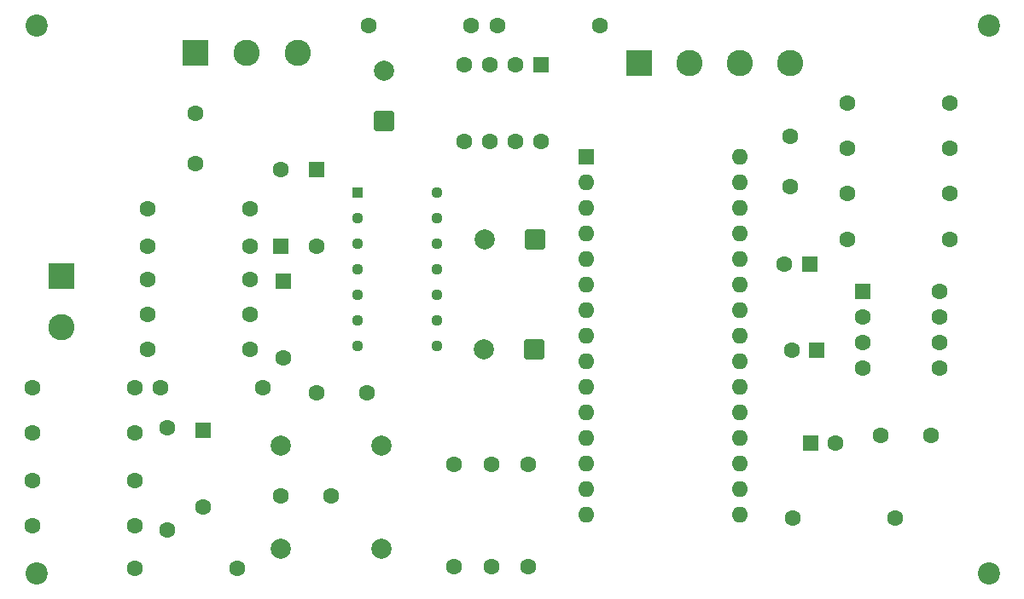
<source format=gts>
G04 #@! TF.GenerationSoftware,KiCad,Pcbnew,9.0.2*
G04 #@! TF.CreationDate,2025-05-16T19:44:45+03:00*
G04 #@! TF.ProjectId,spro2,7370726f-322e-46b6-9963-61645f706362,rev?*
G04 #@! TF.SameCoordinates,Original*
G04 #@! TF.FileFunction,Soldermask,Top*
G04 #@! TF.FilePolarity,Negative*
%FSLAX46Y46*%
G04 Gerber Fmt 4.6, Leading zero omitted, Abs format (unit mm)*
G04 Created by KiCad (PCBNEW 9.0.2) date 2025-05-16 19:44:45*
%MOMM*%
%LPD*%
G01*
G04 APERTURE LIST*
G04 Aperture macros list*
%AMRoundRect*
0 Rectangle with rounded corners*
0 $1 Rounding radius*
0 $2 $3 $4 $5 $6 $7 $8 $9 X,Y pos of 4 corners*
0 Add a 4 corners polygon primitive as box body*
4,1,4,$2,$3,$4,$5,$6,$7,$8,$9,$2,$3,0*
0 Add four circle primitives for the rounded corners*
1,1,$1+$1,$2,$3*
1,1,$1+$1,$4,$5*
1,1,$1+$1,$6,$7*
1,1,$1+$1,$8,$9*
0 Add four rect primitives between the rounded corners*
20,1,$1+$1,$2,$3,$4,$5,0*
20,1,$1+$1,$4,$5,$6,$7,0*
20,1,$1+$1,$6,$7,$8,$9,0*
20,1,$1+$1,$8,$9,$2,$3,0*%
G04 Aperture macros list end*
%ADD10RoundRect,0.250000X0.750000X0.750000X-0.750000X0.750000X-0.750000X-0.750000X0.750000X-0.750000X0*%
%ADD11C,2.000000*%
%ADD12RoundRect,0.102000X-1.200000X-1.200000X1.200000X-1.200000X1.200000X1.200000X-1.200000X1.200000X0*%
%ADD13C,2.604000*%
%ADD14RoundRect,0.102000X-1.200000X1.200000X-1.200000X-1.200000X1.200000X-1.200000X1.200000X1.200000X0*%
%ADD15RoundRect,0.250000X0.550000X0.550000X-0.550000X0.550000X-0.550000X-0.550000X0.550000X-0.550000X0*%
%ADD16C,1.600000*%
%ADD17RoundRect,0.250000X-0.550000X0.550000X-0.550000X-0.550000X0.550000X-0.550000X0.550000X0.550000X0*%
%ADD18C,2.200000*%
%ADD19RoundRect,0.250000X-0.550000X-0.550000X0.550000X-0.550000X0.550000X0.550000X-0.550000X0.550000X0*%
%ADD20R,1.130000X1.130000*%
%ADD21C,1.130000*%
%ADD22RoundRect,0.250000X0.750000X-0.750000X0.750000X0.750000X-0.750000X0.750000X-0.750000X-0.750000X0*%
%ADD23R,1.600000X1.600000*%
%ADD24O,1.600000X1.600000*%
%ADD25RoundRect,0.250000X0.550000X-0.550000X0.550000X0.550000X-0.550000X0.550000X-0.550000X-0.550000X0*%
G04 APERTURE END LIST*
D10*
X127167677Y-103250000D03*
D11*
X122167677Y-103250000D03*
D12*
X93500000Y-84750000D03*
D13*
X98580000Y-84750000D03*
X103660000Y-84750000D03*
D14*
X80250000Y-106960000D03*
D13*
X80250000Y-112040000D03*
D12*
X137500000Y-85750000D03*
D13*
X142500000Y-85750000D03*
X147500000Y-85750000D03*
X152500000Y-85750000D03*
D15*
X155182380Y-114300000D03*
D16*
X152682380Y-114300000D03*
X88750000Y-104000000D03*
X98910000Y-104000000D03*
X87500000Y-127250000D03*
X77340000Y-127250000D03*
D17*
X102250000Y-107440000D03*
D16*
X102250000Y-115060000D03*
D10*
X127117677Y-114250000D03*
D11*
X122117677Y-114250000D03*
D16*
X168330000Y-94250000D03*
X158170000Y-94250000D03*
X100160000Y-118000000D03*
X90000000Y-118000000D03*
D17*
X105500000Y-96380000D03*
D16*
X105500000Y-104000000D03*
X102000000Y-128750000D03*
X107000000Y-128750000D03*
X88750000Y-110750000D03*
X98910000Y-110750000D03*
D18*
X172250000Y-82000000D03*
D16*
X162955113Y-131000000D03*
X152795113Y-131000000D03*
D18*
X77750000Y-136500000D03*
D19*
X159700000Y-108450000D03*
D16*
X159700000Y-110990000D03*
X159700000Y-113530000D03*
X159700000Y-116070000D03*
X167320000Y-116070000D03*
X167320000Y-113530000D03*
X167320000Y-110990000D03*
X167320000Y-108450000D03*
D20*
X109560000Y-98590000D03*
D21*
X109560000Y-101130000D03*
X109560000Y-103670000D03*
X109560000Y-106210000D03*
X109560000Y-108750000D03*
X109560000Y-111290000D03*
X109560000Y-113830000D03*
X117500000Y-113830000D03*
X117500000Y-111290000D03*
X117500000Y-108750000D03*
X117500000Y-106210000D03*
X117500000Y-103670000D03*
X117500000Y-101130000D03*
X117500000Y-98590000D03*
D16*
X77340000Y-131750000D03*
X87500000Y-131750000D03*
D18*
X77750000Y-82000000D03*
D16*
X98910000Y-107250000D03*
X88750000Y-107250000D03*
D18*
X172250000Y-136500000D03*
D15*
X154455113Y-105750000D03*
D16*
X151955113Y-105750000D03*
X110500000Y-118500000D03*
X105500000Y-118500000D03*
X77340000Y-122500000D03*
X87500000Y-122500000D03*
X122920000Y-135830000D03*
X122920000Y-125670000D03*
X158170000Y-98750000D03*
X168330000Y-98750000D03*
X93500000Y-90750000D03*
X93500000Y-95750000D03*
X87500000Y-136000000D03*
X97660000Y-136000000D03*
X166500000Y-122750000D03*
X161500000Y-122750000D03*
D22*
X112250000Y-91500000D03*
D11*
X112250000Y-86500000D03*
D16*
X158170000Y-89750000D03*
X168330000Y-89750000D03*
X126500000Y-135830000D03*
X126500000Y-125670000D03*
X90750000Y-122000000D03*
X90750000Y-132160000D03*
D23*
X132250000Y-95050000D03*
D24*
X132250000Y-97590000D03*
X132250000Y-100130000D03*
X132250000Y-102670000D03*
X132250000Y-105210000D03*
X132250000Y-107750000D03*
X132250000Y-110290000D03*
X132250000Y-112830000D03*
X132250000Y-115370000D03*
X132250000Y-117910000D03*
X132250000Y-120450000D03*
X132250000Y-122990000D03*
X132250000Y-125530000D03*
X132250000Y-128070000D03*
X132250000Y-130610000D03*
X147490000Y-130610000D03*
X147490000Y-128070000D03*
X147490000Y-125530000D03*
X147490000Y-122990000D03*
X147490000Y-120450000D03*
X147490000Y-117910000D03*
X147490000Y-115370000D03*
X147490000Y-112830000D03*
X147490000Y-110290000D03*
X147490000Y-107750000D03*
X147490000Y-105210000D03*
X147490000Y-102670000D03*
X147490000Y-100130000D03*
X147490000Y-97590000D03*
X147490000Y-95050000D03*
D16*
X152500000Y-93044888D03*
X152500000Y-98044888D03*
X123500000Y-82000000D03*
X133660000Y-82000000D03*
X77340000Y-118000000D03*
X87500000Y-118000000D03*
D17*
X94250000Y-122250000D03*
D16*
X94250000Y-129870000D03*
X110670000Y-82000000D03*
X120830000Y-82000000D03*
D11*
X102000000Y-134000000D03*
X112000000Y-134000000D03*
X112000000Y-123750000D03*
X102000000Y-123750000D03*
D16*
X88750000Y-100250000D03*
X98910000Y-100250000D03*
D25*
X102000000Y-104000000D03*
D16*
X102000000Y-96380000D03*
X98910000Y-114250000D03*
X88750000Y-114250000D03*
X158170000Y-103250000D03*
X168330000Y-103250000D03*
D19*
X154544888Y-123500000D03*
D16*
X157044888Y-123500000D03*
D17*
X127800000Y-85950000D03*
D16*
X125260000Y-85950000D03*
X122720000Y-85950000D03*
X120180000Y-85950000D03*
X120180000Y-93570000D03*
X122720000Y-93570000D03*
X125260000Y-93570000D03*
X127800000Y-93570000D03*
X119170000Y-125670000D03*
X119170000Y-135830000D03*
M02*

</source>
